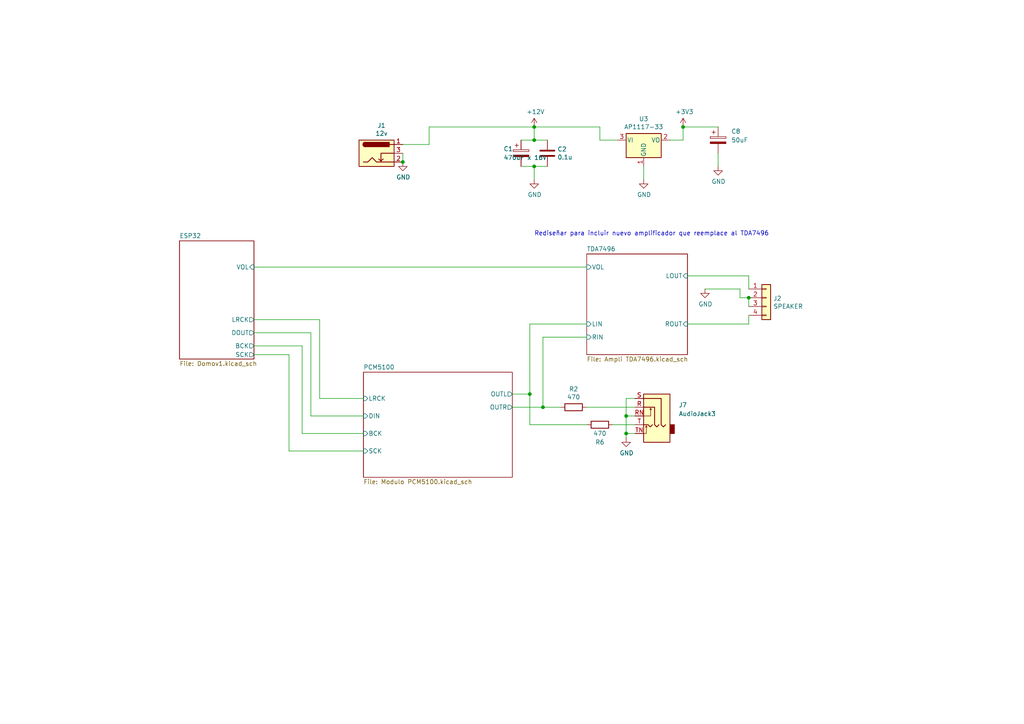
<source format=kicad_sch>
(kicad_sch (version 20250114) (generator "eeschema") (generator_version "9.0")
  (paper "A4")
  (title_block (title "Modulo completo") (date "2023-06-13") (rev "v2") (company "Domosónica"))
  (lib_symbols
    (symbol "Connector:AudioJack3_SwitchTR"
      (property "Reference" "J" (at 0 8.89 0))
      (property "Value" "AudioJack3_SwitchTR" (at 0 6.35 0))
      (symbol "AudioJack3_SwitchTR_0_1"
        (rectangle (start -5.08 -5.08) (end -6.35 -7.62) (stroke (width 0.254)) (fill (type outline)))
        (polyline (pts (xy -1.905 -5.08) (xy -1.27 -5.715) (xy -0.635 -5.08) (xy -0.635 0) (xy 2.54 0)) (stroke (width 0.254)))
        (polyline (pts (xy 0 -5.08) (xy 0.635 -5.715) (xy 1.27 -5.08) (xy 2.54 -5.08)) (stroke (width 0.254)))
        (polyline (pts (xy 0.508 -0.254) (xy 0.762 -0.762)))
        (polyline (pts (xy 1.778 -5.334) (xy 2.032 -5.842)))
        (rectangle (start 2.54 3.81) (end -5.08 -10.16) (stroke (width 0.254)) (fill (type background)))
        (polyline (pts (xy 2.54 2.54) (xy -2.54 2.54) (xy -2.54 -5.08) (xy -3.175 -5.715) (xy -3.81 -5.08)) (stroke (width 0.254)))
        (polyline (pts (xy 2.54 -2.54) (xy 0.508 -2.54) (xy 0.508 -0.254) (xy 0.254 -0.762)))
        (polyline (pts (xy 2.54 -7.62) (xy 1.778 -7.62) (xy 1.778 -5.334) (xy 1.524 -5.842)))
      )
      (symbol "AudioJack3_SwitchTR_1_1"
        (pin passive line (at 5.08 2.54 180) (length 2.54) (name "~") (number "S"))
        (pin passive line (at 5.08 0 180) (length 2.54) (name "~") (number "R"))
        (pin passive line (at 5.08 -2.54 180) (length 2.54) (name "~") (number "RN"))
        (pin passive line (at 5.08 -5.08 180) (length 2.54) (name "~") (number "T"))
        (pin passive line (at 5.08 -7.62 180) (length 2.54) (name "~") (number "TN"))
      )
    )
    (symbol "Connector:Barrel_Jack_Switch" (pin_names (hide yes))
      (property "Reference" "J" (at 0 5.334 0))
      (property "Value" "Barrel_Jack_Switch" (at 0 -5.08 0))
      (symbol "Barrel_Jack_Switch_0_1"
        (rectangle (start -5.08 3.81) (end 5.08 -3.81) (stroke (width 0.254)) (fill (type background)))
        (polyline (pts (xy -3.81 -2.54) (xy -2.54 -2.54) (xy -1.27 -1.27) (xy 0 -2.54) (xy 2.54 -2.54) (xy 5.08 -2.54)) (stroke (width 0.254)))
        (arc (start -3.302 1.905) (mid -3.9343 2.54) (end -3.302 3.175) (stroke (width 0.254)))
        (arc (start -3.302 1.905) (mid -3.9343 2.54) (end -3.302 3.175) (stroke (width 0.254)) (fill (type outline)))
        (polyline (pts (xy 1.27 -2.286) (xy 1.905 -1.651)) (stroke (width 0.254)))
        (rectangle (start 3.683 3.175) (end -3.302 1.905) (stroke (width 0.254)) (fill (type outline)))
        (polyline (pts (xy 5.08 2.54) (xy 3.81 2.54)) (stroke (width 0.254)))
        (polyline (pts (xy 5.08 0) (xy 1.27 0) (xy 1.27 -2.286) (xy 0.635 -1.651)) (stroke (width 0.254)))
      )
      (symbol "Barrel_Jack_Switch_1_1"
        (pin passive line (at 7.62 2.54 180) (length 2.54) (name "~") (number "1"))
        (pin passive line (at 7.62 0 180) (length 2.54) (name "~") (number "3"))
        (pin passive line (at 7.62 -2.54 180) (length 2.54) (name "~") (number "2"))
      )
    )
    (symbol "Connector_Generic:Conn_01x04" (pin_names (offset 1.016) (hide yes))
      (property "Reference" "J" (at 0 5.08 0))
      (property "Value" "Conn_01x04" (at 0 -7.62 0))
      (symbol "Conn_01x04_1_1"
        (rectangle (start -1.27 3.81) (end 1.27 -6.35) (stroke (width 0.254)) (fill (type background)))
        (rectangle (start -1.27 2.667) (end 0 2.413) (stroke (width 0.1524)))
        (rectangle (start -1.27 0.127) (end 0 -0.127) (stroke (width 0.1524)))
        (rectangle (start -1.27 -2.413) (end 0 -2.667) (stroke (width 0.1524)))
        (rectangle (start -1.27 -4.953) (end 0 -5.207) (stroke (width 0.1524)))
        (pin passive line (at -5.08 2.54 0) (length 3.81) (name "Pin_1") (number "1"))
        (pin passive line (at -5.08 0 0) (length 3.81) (name "Pin_2") (number "2"))
        (pin passive line (at -5.08 -2.54 0) (length 3.81) (name "Pin_3") (number "3"))
        (pin passive line (at -5.08 -5.08 0) (length 3.81) (name "Pin_4") (number "4"))
      )
    )
    (symbol "Device:C" (pin_numbers (hide yes)) (pin_names (offset 0.254))
      (property "Reference" "C" (at 0.635 2.54 0))
      (property "Value" "C" (at 0.635 -2.54 0))
      (symbol "C_0_1"
        (polyline (pts (xy -2.032 0.762) (xy 2.032 0.762)) (stroke (width 0.508)))
        (polyline (pts (xy -2.032 -0.762) (xy 2.032 -0.762)) (stroke (width 0.508)))
      )
      (symbol "C_1_1"
        (pin passive line (at 0 3.81 270) (length 2.794) (name "~") (number "1"))
        (pin passive line (at 0 -3.81 90) (length 2.794) (name "~") (number "2"))
      )
    )
    (symbol "Device:C_Polarized" (pin_numbers (hide yes)) (pin_names (offset 0.254))
      (property "Reference" "C" (at 0.635 2.54 0))
      (property "Value" "C_Polarized" (at 0.635 -2.54 0))
      (symbol "C_Polarized_0_1"
        (rectangle (start -2.286 0.508) (end 2.286 1.016))
        (polyline (pts (xy -1.778 2.286) (xy -0.762 2.286)))
        (polyline (pts (xy -1.27 2.794) (xy -1.27 1.778)))
        (rectangle (start 2.286 -0.508) (end -2.286 -1.016) (fill (type outline)))
      )
      (symbol "C_Polarized_1_1"
        (pin passive line (at 0 3.81 270) (length 2.794) (name "~") (number "1"))
        (pin passive line (at 0 -3.81 90) (length 2.794) (name "~") (number "2"))
      )
    )
    (symbol "Device:R" (pin_numbers (hide yes)) (pin_names (offset 0))
      (property "Reference" "R" (at 2.032 0 90))
      (property "Value" "R" (at 0 0 90))
      (symbol "R_0_1"
        (rectangle (start -1.016 -2.54) (end 1.016 2.54) (stroke (width 0.254)))
      )
      (symbol "R_1_1"
        (pin passive line (at 0 3.81 270) (length 1.27) (name "~") (number "1"))
        (pin passive line (at 0 -3.81 90) (length 1.27) (name "~") (number "2"))
      )
    )
    (symbol "Regulator_Linear:AP1117-33" (pin_names (offset 0.254))
      (property "Reference" "U" (at -3.81 3.175 0))
      (property "Value" "AP1117-33" (at 0 3.175 0))
      (symbol "AP1117-33_0_1"
        (rectangle (start -5.08 -5.08) (end 5.08 1.905) (stroke (width 0.254)) (fill (type background)))
      )
      (symbol "AP1117-33_1_1"
        (pin power_in line (at -7.62 0 0) (length 2.54) (name "VI") (number "3"))
        (pin power_in line (at 0 -7.62 90) (length 2.54) (name "GND") (number "1"))
        (pin power_out line (at 7.62 0 180) (length 2.54) (name "VO") (number "2"))
      )
    )
    (symbol "power:+12V" (power) (pin_names (offset 0))
      (property "Value" "+12V" (at 0 3.556 0))
      (symbol "+12V_0_1"
        (polyline (pts (xy -0.762 1.27) (xy 0 2.54)))
        (polyline (pts (xy 0 2.54) (xy 0.762 1.27)))
        (polyline (pts (xy 0 0) (xy 0 2.54)))
      )
      (symbol "+12V_1_1"
        (pin power_in line (at 0 0 90) (length 0) (hide yes) (name "+12V") (number "1"))
      )
    )
    (symbol "power:+3.3V" (power) (pin_names (offset 0))
      (property "Value" "+3.3V" (at 0 3.556 0))
      (symbol "+3.3V_0_1"
        (polyline (pts (xy -0.762 1.27) (xy 0 2.54)))
        (polyline (pts (xy 0 2.54) (xy 0.762 1.27)))
        (polyline (pts (xy 0 0) (xy 0 2.54)))
      )
      (symbol "+3.3V_1_1"
        (pin power_in line (at 0 0 90) (length 0) (hide yes) (name "+3V3") (number "1"))
      )
    )
    (symbol "power:GND" (power) (pin_names (offset 0))
      (property "Value" "GND" (at 0 -3.81 0))
      (symbol "GND_0_1"
        (polyline (pts (xy 0 0) (xy 0 -1.27) (xy 1.27 -1.27) (xy 0 -2.54) (xy -1.27 -1.27) (xy 0 -1.27)))
      )
      (symbol "GND_1_1"
        (pin power_in line (at 0 0 270) (length 0) (hide yes) (name "GND") (number "1"))
      )
    )
  )
  (text "Rediseñar para incluir nuevo amplificador que reemplace al TDA7496" (at 154.94 68.58 0) (effects (font (size 1.27 1.27)) (justify left bottom)))
  (junction (at 154.94 40.64))
  (junction (at 153.67 114.3))
  (junction (at 198.12 36.83))
  (junction (at 154.94 36.83))
  (junction (at 116.84 46.99))
  (junction (at 154.94 48.26))
  (junction (at 217.17 86.36))
  (junction (at 181.61 125.73))
  (junction (at 157.48 118.11))
  (junction (at 181.61 120.65))
  (wire (pts (xy 154.94 40.64) (xy 158.75 40.64)))
  (wire (pts (xy 153.67 123.19) (xy 170.18 123.19)))
  (wire (pts (xy 92.71 115.57) (xy 105.41 115.57)))
  (wire (pts (xy 181.61 120.65) (xy 184.15 120.65)))
  (wire (pts (xy 199.39 80.01) (xy 217.17 80.01)))
  (wire (pts (xy 124.46 41.91) (xy 124.46 36.83)))
  (wire (pts (xy 204.47 83.82) (xy 214.63 83.82)))
  (wire (pts (xy 181.61 125.73) (xy 184.15 125.73)))
  (wire (pts (xy 153.67 114.3) (xy 153.67 93.98)))
  (wire (pts (xy 198.12 40.64) (xy 198.12 36.83)))
  (wire (pts (xy 148.59 118.11) (xy 157.48 118.11)))
  (wire (pts (xy 73.66 100.33) (xy 87.63 100.33)))
  (wire (pts (xy 208.28 44.45) (xy 208.28 48.26)))
  (wire (pts (xy 194.31 40.64) (xy 198.12 40.64)))
  (wire (pts (xy 181.61 115.57) (xy 181.61 120.65)))
  (wire (pts (xy 154.94 48.26) (xy 154.94 52.07)))
  (wire (pts (xy 217.17 88.9) (xy 217.17 86.36)))
  (wire (pts (xy 173.99 36.83) (xy 154.94 36.83)))
  (wire (pts (xy 157.48 97.79) (xy 170.18 97.79)))
  (wire (pts (xy 173.99 40.64) (xy 179.07 40.64)))
  (wire (pts (xy 214.63 86.36) (xy 217.17 86.36)))
  (wire (pts (xy 116.84 44.45) (xy 116.84 46.99)))
  (wire (pts (xy 170.18 118.11) (xy 184.15 118.11)))
  (wire (pts (xy 151.13 48.26) (xy 154.94 48.26)))
  (wire (pts (xy 153.67 114.3) (xy 153.67 123.19)))
  (wire (pts (xy 177.8 123.19) (xy 184.15 123.19)))
  (wire (pts (xy 73.66 96.52) (xy 90.17 96.52)))
  (wire (pts (xy 90.17 120.65) (xy 105.41 120.65)))
  (wire (pts (xy 105.41 130.81) (xy 83.82 130.81)))
  (wire (pts (xy 158.75 48.26) (xy 154.94 48.26)))
  (wire (pts (xy 214.63 83.82) (xy 214.63 86.36)))
  (wire (pts (xy 217.17 80.01) (xy 217.17 83.82)))
  (wire (pts (xy 154.94 40.64) (xy 151.13 40.64)))
  (wire (pts (xy 73.66 92.71) (xy 92.71 92.71)))
  (wire (pts (xy 181.61 125.73) (xy 181.61 127)))
  (wire (pts (xy 153.67 93.98) (xy 170.18 93.98)))
  (wire (pts (xy 217.17 91.44) (xy 217.17 93.98)))
  (wire (pts (xy 186.69 48.26) (xy 186.69 52.07)))
  (wire (pts (xy 208.28 36.83) (xy 198.12 36.83)))
  (wire (pts (xy 73.66 102.87) (xy 83.82 102.87)))
  (wire (pts (xy 124.46 36.83) (xy 154.94 36.83)))
  (wire (pts (xy 83.82 102.87) (xy 83.82 130.81)))
  (wire (pts (xy 157.48 97.79) (xy 157.48 118.11)))
  (wire (pts (xy 181.61 120.65) (xy 181.61 125.73)))
  (wire (pts (xy 154.94 36.83) (xy 154.94 40.64)))
  (wire (pts (xy 157.48 118.11) (xy 162.56 118.11)))
  (wire (pts (xy 184.15 115.57) (xy 181.61 115.57)))
  (wire (pts (xy 87.63 125.73) (xy 105.41 125.73)))
  (wire (pts (xy 148.59 114.3) (xy 153.67 114.3)))
  (wire (pts (xy 73.66 77.47) (xy 170.18 77.47)))
  (wire (pts (xy 87.63 100.33) (xy 87.63 125.73)))
  (wire (pts (xy 199.39 93.98) (xy 217.17 93.98)))
  (wire (pts (xy 92.71 92.71) (xy 92.71 115.57)))
  (wire (pts (xy 90.17 96.52) (xy 90.17 120.65)))
  (wire (pts (xy 124.46 41.91) (xy 116.84 41.91)))
  (wire (pts (xy 173.99 36.83) (xy 173.99 40.64)))
  (symbol (lib_id "Device:C") (at 158.75 44.45 0) (unit 1)
    (property "Reference" "C2" (at 161.671 43.2816 0) (effects (justify left)))
    (property "Value" "0.1u" (at 161.671 45.593 0) (effects (justify left)))
    (property "Footprint" "Capacitor_SMD:C_0805_2012Metric_Pad1.18x1.45mm_HandSolder" (effects (hide yes)))
  )
  (symbol (lib_id "Device:C_Polarized") (at 151.13 44.45 0) (unit 1)
    (property "Reference" "C1" (at 146.05 43.18 0) (effects (justify left)))
    (property "Value" "470uF x 16V" (at 146.05 45.72 0) (effects (justify left)))
    (property "Footprint" "Capacitor_THT:C_Radial_D8.0mm_H11.5mm_P3.50mm" (effects (hide yes)))
  )
  (symbol (lib_id "power:+12V") (at 154.94 36.83 0) (unit 1)
    (property "Reference" "#PWR0102" (effects (hide yes)))
    (property "Value" "+12V" (at 155.321 32.4358 0))
  )
  (symbol (lib_id "power:GND") (at 154.94 52.07 0) (unit 1)
    (property "Reference" "#PWR0103" (effects (hide yes)))
    (property "Value" "GND" (at 155.067 56.4642 0))
  )
  (symbol (lib_id "Device:C_Polarized") (at 208.28 40.64 0) (unit 1)
    (property "Reference" "C8" (at 212.09 38.1 0) (effects (justify left)))
    (property "Value" "50uF" (at 212.09 40.64 0) (effects (justify left)))
    (property "Footprint" "Capacitor_THT:C_Radial_D5.0mm_H11.0mm_P2.00mm" (effects (hide yes)))
  )
  (symbol (lib_id "power:GND") (at 208.28 48.26 0) (unit 1)
    (property "Reference" "#PWR0116" (effects (hide yes)))
    (property "Value" "GND" (at 208.407 52.6542 0))
  )
  (symbol (lib_id "Regulator_Linear:AP1117-33") (at 186.69 40.64 0) (unit 1)
    (property "Reference" "U3" (at 186.69 34.4932 0))
    (property "Value" "AP1117-33" (at 186.69 36.8046 0))
    (property "Footprint" "Package_TO_SOT_SMD:SOT-223-3_TabPin2" (effects (hide yes)))
    (property "Datasheet" "http://www.diodes.com/datasheets/AP1117.pdf" (effects (hide yes)))
  )
  (symbol (lib_id "power:GND") (at 186.69 52.07 0) (unit 1)
    (property "Reference" "#PWR0115" (effects (hide yes)))
    (property "Value" "GND" (at 186.817 56.4642 0))
  )
  (symbol (lib_id "power:+3.3V") (at 198.12 36.83 0) (unit 1)
    (property "Reference" "#PWR0117" (effects (hide yes)))
    (property "Value" "+3V3" (at 198.501 32.4358 0))
  )
  (symbol (lib_id "power:GND") (at 116.84 46.99 0) (unit 1)
    (property "Reference" "#PWR0119" (effects (hide yes)))
    (property "Value" "GND" (at 116.967 51.3842 0))
  )
  (symbol (lib_id "power:GND") (at 204.47 83.82 0) (unit 1)
    (property "Reference" "#PWR0104" (effects (hide yes)))
    (property "Value" "GND" (at 204.597 88.2142 0))
  )
  (symbol (lib_id "Connector_Generic:Conn_01x04") (at 222.25 86.36 0) (unit 1)
    (property "Reference" "J2" (at 224.282 86.5632 0) (effects (justify left)))
    (property "Value" "SPEAKER" (at 224.282 88.8746 0) (effects (justify left)))
    (property "Footprint" "Connector_JST:JST_XH_B4B-XH-A_1x04_P2.50mm_Vertical" (effects (hide yes)))
  )
  (symbol (lib_id "Connector:Barrel_Jack_Switch") (at 109.22 44.45 0) (unit 1)
    (property "Reference" "J1" (at 110.6678 36.3982 0))
    (property "Value" "12v" (at 110.6678 38.7096 0))
    (property "Footprint" "Connector_BarrelJack:BarrelJack_CUI_PJ-102AH_Horizontal" (effects (hide yes)))
  )
  (symbol (lib_id "Device:R") (at 166.37 118.11 270) (unit 1)
    (property "Reference" "R2" (at 166.37 112.8522 90))
    (property "Value" "470" (at 166.37 115.1636 90))
    (property "Footprint" "Resistor_THT:R_Axial_DIN0207_L6.3mm_D2.5mm_P7.62mm_Horizontal" (effects (hide yes)))
  )
  (symbol (lib_id "Connector:AudioJack3_SwitchTR") (at 189.23 118.11 0) (mirror y) (unit 1)
    (property "Reference" "J7" (at 196.85 117.4749 0) (effects (justify right)))
    (property "Value" "AudioJack3" (at 196.85 120.0149 0) (effects (justify right)))
    (property "Footprint" "Connector_Audio:Jack_3.5mm_Tayda" (effects (hide yes)))
  )
  (symbol (lib_id "power:GND") (at 181.61 127 0) (unit 1)
    (property "Reference" "#PWR01" (effects (hide yes)))
    (property "Value" "GND" (at 181.737 131.3942 0))
  )
  (symbol (lib_id "Device:R") (at 173.99 123.19 270) (unit 1)
    (property "Reference" "R6" (at 173.99 128.27 90))
    (property "Value" "470" (at 173.99 125.73 90))
    (property "Footprint" "Resistor_THT:R_Axial_DIN0207_L6.3mm_D2.5mm_P7.62mm_Horizontal" (effects (hide yes)))
  )
  (sheet (at 52.07 69.85) (size 21.59 34.29)
    (property "Sheetname" "ESP32" (at 52.07 69.1384 0) (effects (justify left bottom)))
    (property "Sheetfile" "Domov1.kicad_sch" (at 52.07 104.7246 0) (effects (justify left top)))
    (pin "DOUT" output (at 73.66 96.52 0))
    (pin "BCK" output (at 73.66 100.33 0))
    (pin "SCK" output (at 73.66 102.87 0))
    (pin "VOL" input (at 73.66 77.47 0))
    (pin "LRCK" output (at 73.66 92.71 0))
  )
  (sheet (at 105.41 107.95) (size 43.18 30.48)
    (property "Sheetname" "PCM5100" (at 105.41 107.2384 0) (effects (justify left bottom)))
    (property "Sheetfile" "Modulo PCM5100.kicad_sch" (at 105.41 139.0146 0) (effects (justify left top)))
    (pin "OUTL" output (at 148.59 114.3 0))
    (pin "OUTR" output (at 148.59 118.11 0))
    (pin "LRCK" input (at 105.41 115.57 180))
    (pin "DIN" input (at 105.41 120.65 180))
    (pin "BCK" input (at 105.41 125.73 180))
    (pin "SCK" input (at 105.41 130.81 180))
  )
  (sheet (at 170.18 73.66) (size 29.21 29.21)
    (property "Sheetname" "TDA7496" (at 170.18 72.9484 0) (effects (justify left bottom)))
    (property "Sheetfile" "Ampli TDA7496.kicad_sch" (at 170.18 103.4546 0) (effects (justify left top)))
    (pin "VOL" input (at 170.18 77.47 180))
    (pin "LIN" input (at 170.18 93.98 180))
    (pin "RIN" input (at 170.18 97.79 180))
    (pin "ROUT" input (at 199.39 93.98 0))
    (pin "LOUT" input (at 199.39 80.01 0))
  )
)
</source>
